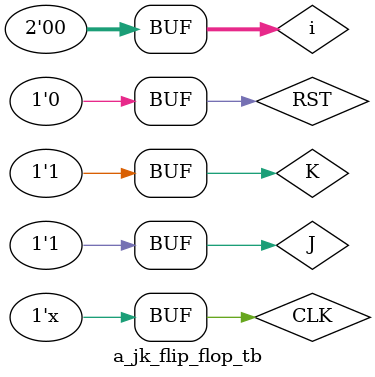
<source format=v>
module a_jk_flip_flop(input j,k,rst,clk,
                      output  reg q,
                      output qb);

always @(posedge clk ) begin
    if(rst) 
      q<=0;
    else begin
        case ({j,k})
            2'b00: q<=q;
            2'b01: q<=1'b0;
            2'b10: q<=1'b1;
            2'b11: q<=~q;
            
        endcase
    end
end
assign qb=~q;
endmodule

module a_jk_flip_flop_tb;

wire  Q,QB;
reg K,J,RST,CLK;
reg [1:0]i;

 a_jk_flip_flop dut(.j(J),.k(K), .rst(RST),.clk(CLK),.q(Q), .qb(QB) );

initial begin
    $monitor("%0d\tj=%b\tk=%b\tq=%b\tqb=%b",$time,J,K,Q,QB);
    CLK=0; RST=1;
    #7RST=0;
    i=2'b0;
    repeat(4) begin
        #2;
        {J,K}=i;
        i=i+1'b1;
    end
end

always #5 CLK=~CLK;
endmodule

</source>
